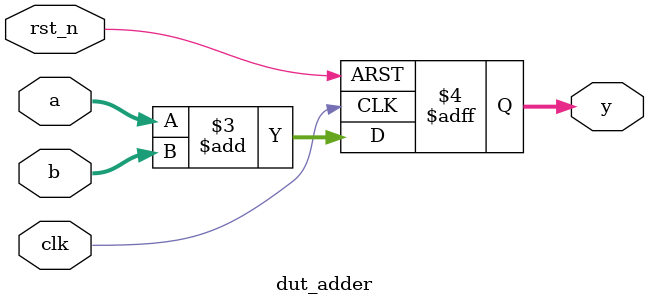
<source format=sv>
module dut_adder (
  input  logic        clk,
  input  logic        rst_n,
  input  logic [7:0]  a,
  input  logic [7:0]  b,
  output logic [8:0]  y
);
  always_ff @(posedge clk or negedge rst_n) begin
    if (!rst_n) y <= '0;
    else        y <= a + b;
  end
endmodule

</source>
